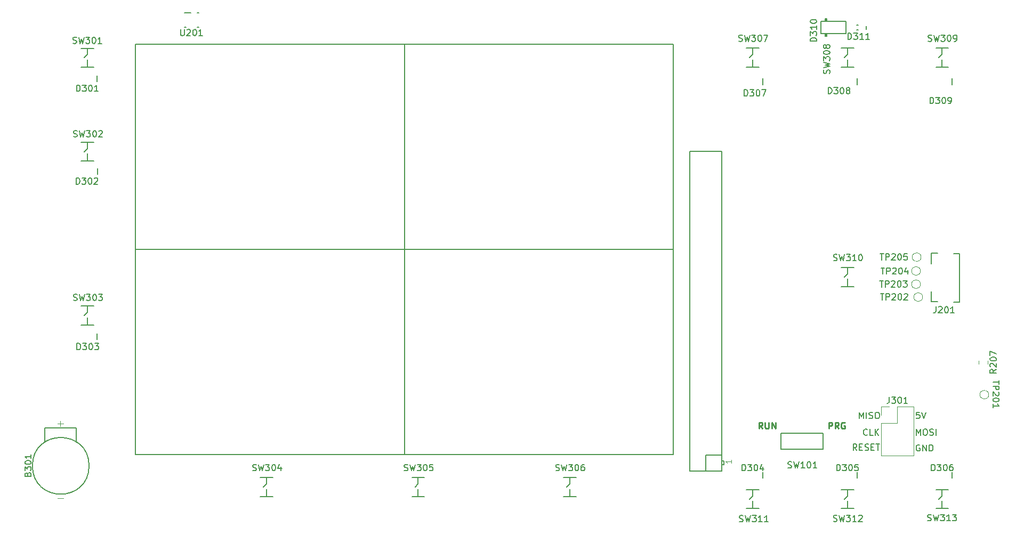
<source format=gto>
G04 #@! TF.GenerationSoftware,KiCad,Pcbnew,(5.1.5)-3*
G04 #@! TF.CreationDate,2020-04-11T01:13:50-04:00*
G04 #@! TF.ProjectId,CPU,4350552e-6b69-4636-9164-5f7063625858,rev?*
G04 #@! TF.SameCoordinates,Original*
G04 #@! TF.FileFunction,Legend,Top*
G04 #@! TF.FilePolarity,Positive*
%FSLAX46Y46*%
G04 Gerber Fmt 4.6, Leading zero omitted, Abs format (unit mm)*
G04 Created by KiCad (PCBNEW (5.1.5)-3) date 2020-04-11 01:13:50*
%MOMM*%
%LPD*%
G04 APERTURE LIST*
%ADD10C,0.150000*%
%ADD11C,0.250000*%
%ADD12C,0.200000*%
%ADD13C,0.120000*%
%ADD14C,0.127000*%
%ADD15C,0.177800*%
%ADD16C,0.101600*%
G04 APERTURE END LIST*
D10*
X173638095Y-114600000D02*
X173542857Y-114552380D01*
X173400000Y-114552380D01*
X173257142Y-114600000D01*
X173161904Y-114695238D01*
X173114285Y-114790476D01*
X173066666Y-114980952D01*
X173066666Y-115123809D01*
X173114285Y-115314285D01*
X173161904Y-115409523D01*
X173257142Y-115504761D01*
X173400000Y-115552380D01*
X173495238Y-115552380D01*
X173638095Y-115504761D01*
X173685714Y-115457142D01*
X173685714Y-115123809D01*
X173495238Y-115123809D01*
X174114285Y-115552380D02*
X174114285Y-114552380D01*
X174685714Y-115552380D01*
X174685714Y-114552380D01*
X175161904Y-115552380D02*
X175161904Y-114552380D01*
X175400000Y-114552380D01*
X175542857Y-114600000D01*
X175638095Y-114695238D01*
X175685714Y-114790476D01*
X175733333Y-114980952D01*
X175733333Y-115123809D01*
X175685714Y-115314285D01*
X175638095Y-115409523D01*
X175542857Y-115504761D01*
X175400000Y-115552380D01*
X175161904Y-115552380D01*
X173078571Y-113052380D02*
X173078571Y-112052380D01*
X173411904Y-112766666D01*
X173745238Y-112052380D01*
X173745238Y-113052380D01*
X174411904Y-112052380D02*
X174602380Y-112052380D01*
X174697619Y-112100000D01*
X174792857Y-112195238D01*
X174840476Y-112385714D01*
X174840476Y-112719047D01*
X174792857Y-112909523D01*
X174697619Y-113004761D01*
X174602380Y-113052380D01*
X174411904Y-113052380D01*
X174316666Y-113004761D01*
X174221428Y-112909523D01*
X174173809Y-112719047D01*
X174173809Y-112385714D01*
X174221428Y-112195238D01*
X174316666Y-112100000D01*
X174411904Y-112052380D01*
X175221428Y-113004761D02*
X175364285Y-113052380D01*
X175602380Y-113052380D01*
X175697619Y-113004761D01*
X175745238Y-112957142D01*
X175792857Y-112861904D01*
X175792857Y-112766666D01*
X175745238Y-112671428D01*
X175697619Y-112623809D01*
X175602380Y-112576190D01*
X175411904Y-112528571D01*
X175316666Y-112480952D01*
X175269047Y-112433333D01*
X175221428Y-112338095D01*
X175221428Y-112242857D01*
X175269047Y-112147619D01*
X175316666Y-112100000D01*
X175411904Y-112052380D01*
X175650000Y-112052380D01*
X175792857Y-112100000D01*
X176221428Y-113052380D02*
X176221428Y-112052380D01*
X173609523Y-109402380D02*
X173133333Y-109402380D01*
X173085714Y-109878571D01*
X173133333Y-109830952D01*
X173228571Y-109783333D01*
X173466666Y-109783333D01*
X173561904Y-109830952D01*
X173609523Y-109878571D01*
X173657142Y-109973809D01*
X173657142Y-110211904D01*
X173609523Y-110307142D01*
X173561904Y-110354761D01*
X173466666Y-110402380D01*
X173228571Y-110402380D01*
X173133333Y-110354761D01*
X173085714Y-110307142D01*
X173942857Y-109402380D02*
X174276190Y-110402380D01*
X174609523Y-109402380D01*
X165304761Y-112957142D02*
X165257142Y-113004761D01*
X165114285Y-113052380D01*
X165019047Y-113052380D01*
X164876190Y-113004761D01*
X164780952Y-112909523D01*
X164733333Y-112814285D01*
X164685714Y-112623809D01*
X164685714Y-112480952D01*
X164733333Y-112290476D01*
X164780952Y-112195238D01*
X164876190Y-112100000D01*
X165019047Y-112052380D01*
X165114285Y-112052380D01*
X165257142Y-112100000D01*
X165304761Y-112147619D01*
X166209523Y-113052380D02*
X165733333Y-113052380D01*
X165733333Y-112052380D01*
X166542857Y-113052380D02*
X166542857Y-112052380D01*
X167114285Y-113052380D02*
X166685714Y-112480952D01*
X167114285Y-112052380D02*
X166542857Y-112623809D01*
X164028571Y-110402380D02*
X164028571Y-109402380D01*
X164361904Y-110116666D01*
X164695238Y-109402380D01*
X164695238Y-110402380D01*
X165171428Y-110402380D02*
X165171428Y-109402380D01*
X165600000Y-110354761D02*
X165742857Y-110402380D01*
X165980952Y-110402380D01*
X166076190Y-110354761D01*
X166123809Y-110307142D01*
X166171428Y-110211904D01*
X166171428Y-110116666D01*
X166123809Y-110021428D01*
X166076190Y-109973809D01*
X165980952Y-109926190D01*
X165790476Y-109878571D01*
X165695238Y-109830952D01*
X165647619Y-109783333D01*
X165600000Y-109688095D01*
X165600000Y-109592857D01*
X165647619Y-109497619D01*
X165695238Y-109450000D01*
X165790476Y-109402380D01*
X166028571Y-109402380D01*
X166171428Y-109450000D01*
X166790476Y-109402380D02*
X166980952Y-109402380D01*
X167076190Y-109450000D01*
X167171428Y-109545238D01*
X167219047Y-109735714D01*
X167219047Y-110069047D01*
X167171428Y-110259523D01*
X167076190Y-110354761D01*
X166980952Y-110402380D01*
X166790476Y-110402380D01*
X166695238Y-110354761D01*
X166600000Y-110259523D01*
X166552380Y-110069047D01*
X166552380Y-109735714D01*
X166600000Y-109545238D01*
X166695238Y-109450000D01*
X166790476Y-109402380D01*
X163647619Y-115452380D02*
X163314285Y-114976190D01*
X163076190Y-115452380D02*
X163076190Y-114452380D01*
X163457142Y-114452380D01*
X163552380Y-114500000D01*
X163600000Y-114547619D01*
X163647619Y-114642857D01*
X163647619Y-114785714D01*
X163600000Y-114880952D01*
X163552380Y-114928571D01*
X163457142Y-114976190D01*
X163076190Y-114976190D01*
X164076190Y-114928571D02*
X164409523Y-114928571D01*
X164552380Y-115452380D02*
X164076190Y-115452380D01*
X164076190Y-114452380D01*
X164552380Y-114452380D01*
X164933333Y-115404761D02*
X165076190Y-115452380D01*
X165314285Y-115452380D01*
X165409523Y-115404761D01*
X165457142Y-115357142D01*
X165504761Y-115261904D01*
X165504761Y-115166666D01*
X165457142Y-115071428D01*
X165409523Y-115023809D01*
X165314285Y-114976190D01*
X165123809Y-114928571D01*
X165028571Y-114880952D01*
X164980952Y-114833333D01*
X164933333Y-114738095D01*
X164933333Y-114642857D01*
X164980952Y-114547619D01*
X165028571Y-114500000D01*
X165123809Y-114452380D01*
X165361904Y-114452380D01*
X165504761Y-114500000D01*
X165933333Y-114928571D02*
X166266666Y-114928571D01*
X166409523Y-115452380D02*
X165933333Y-115452380D01*
X165933333Y-114452380D01*
X166409523Y-114452380D01*
X166695238Y-114452380D02*
X167266666Y-114452380D01*
X166980952Y-115452380D02*
X166980952Y-114452380D01*
D11*
X159188095Y-112002380D02*
X159188095Y-111002380D01*
X159569047Y-111002380D01*
X159664285Y-111050000D01*
X159711904Y-111097619D01*
X159759523Y-111192857D01*
X159759523Y-111335714D01*
X159711904Y-111430952D01*
X159664285Y-111478571D01*
X159569047Y-111526190D01*
X159188095Y-111526190D01*
X160759523Y-112002380D02*
X160426190Y-111526190D01*
X160188095Y-112002380D02*
X160188095Y-111002380D01*
X160569047Y-111002380D01*
X160664285Y-111050000D01*
X160711904Y-111097619D01*
X160759523Y-111192857D01*
X160759523Y-111335714D01*
X160711904Y-111430952D01*
X160664285Y-111478571D01*
X160569047Y-111526190D01*
X160188095Y-111526190D01*
X161711904Y-111050000D02*
X161616666Y-111002380D01*
X161473809Y-111002380D01*
X161330952Y-111050000D01*
X161235714Y-111145238D01*
X161188095Y-111240476D01*
X161140476Y-111430952D01*
X161140476Y-111573809D01*
X161188095Y-111764285D01*
X161235714Y-111859523D01*
X161330952Y-111954761D01*
X161473809Y-112002380D01*
X161569047Y-112002380D01*
X161711904Y-111954761D01*
X161759523Y-111907142D01*
X161759523Y-111573809D01*
X161569047Y-111573809D01*
X148661904Y-112002380D02*
X148328571Y-111526190D01*
X148090476Y-112002380D02*
X148090476Y-111002380D01*
X148471428Y-111002380D01*
X148566666Y-111050000D01*
X148614285Y-111097619D01*
X148661904Y-111192857D01*
X148661904Y-111335714D01*
X148614285Y-111430952D01*
X148566666Y-111478571D01*
X148471428Y-111526190D01*
X148090476Y-111526190D01*
X149090476Y-111002380D02*
X149090476Y-111811904D01*
X149138095Y-111907142D01*
X149185714Y-111954761D01*
X149280952Y-112002380D01*
X149471428Y-112002380D01*
X149566666Y-111954761D01*
X149614285Y-111907142D01*
X149661904Y-111811904D01*
X149661904Y-111002380D01*
X150138095Y-112002380D02*
X150138095Y-111002380D01*
X150709523Y-112002380D01*
X150709523Y-111002380D01*
D10*
X89414221Y-83521838D02*
X49100000Y-83521838D01*
D12*
X49081246Y-116111889D02*
X89414221Y-116111889D01*
X49081246Y-50931785D02*
X89414221Y-50931785D01*
X91781246Y-50931785D02*
X91781246Y-116111889D01*
X89414221Y-83521838D02*
X134481246Y-83521838D01*
X134481246Y-116111889D02*
X134481246Y-50931785D01*
X49081246Y-50931785D02*
X49081246Y-116111889D01*
X89414221Y-116111889D02*
X134481246Y-116111889D01*
X134481246Y-50931785D02*
X89414221Y-50931785D01*
D13*
X173850000Y-84750000D02*
G75*
G03X173850000Y-84750000I-700000J0D01*
G01*
X173750000Y-86950000D02*
G75*
G03X173750000Y-86950000I-700000J0D01*
G01*
X173750000Y-89050000D02*
G75*
G03X173750000Y-89050000I-700000J0D01*
G01*
X174100000Y-91100000D02*
G75*
G03X174100000Y-91100000I-700000J0D01*
G01*
X184600000Y-106600000D02*
G75*
G03X184600000Y-106600000I-700000J0D01*
G01*
X182990000Y-101188748D02*
X182990000Y-101711252D01*
X184410000Y-101188748D02*
X184410000Y-101711252D01*
D14*
X39700000Y-111910000D02*
X39700000Y-114160000D01*
X34700000Y-111910000D02*
X39700000Y-111910000D01*
X34700000Y-114160000D02*
X34700000Y-111910000D01*
X41700000Y-117910000D02*
G75*
G03X41700000Y-117910000I-4500000J0D01*
G01*
X42987500Y-55923750D02*
X42987500Y-56876250D01*
X158740000Y-49260000D02*
X158840000Y-49260000D01*
X158840000Y-46860000D02*
X158740000Y-46860000D01*
X158840000Y-47260000D02*
X158840000Y-46860000D01*
X158640000Y-47260000D02*
X158740000Y-47260000D01*
X158640000Y-46860000D02*
X158640000Y-47260000D01*
X158740000Y-46860000D02*
X158640000Y-46860000D01*
X158740000Y-47260000D02*
X158740000Y-46860000D01*
X158740000Y-49260000D02*
X158740000Y-49660000D01*
X158640000Y-49260000D02*
X158740000Y-49260000D01*
X158640000Y-49660000D02*
X158640000Y-49260000D01*
X158740000Y-49660000D02*
X158640000Y-49660000D01*
X158840000Y-49660000D02*
X158740000Y-49660000D01*
X158840000Y-49260000D02*
X158840000Y-49660000D01*
X158840000Y-49260000D02*
X161940000Y-49260000D01*
X157940000Y-49260000D02*
X158640000Y-49260000D01*
X157940000Y-47260000D02*
X157940000Y-49260000D01*
X158640000Y-47260000D02*
X157940000Y-47260000D01*
X158840000Y-47260000D02*
X158740000Y-47260000D01*
X161940000Y-47260000D02*
X158840000Y-47260000D01*
X161940000Y-49260000D02*
X161940000Y-47260000D01*
X165147000Y-48514000D02*
X165147000Y-48006000D01*
X163890000Y-47860000D02*
X163610000Y-47860000D01*
X163890000Y-48660000D02*
X163610000Y-48660000D01*
X43021998Y-70643750D02*
X43021998Y-71596250D01*
X42987500Y-96873750D02*
X42987500Y-97826250D01*
X148695164Y-118903750D02*
X148695164Y-119856250D01*
X163736716Y-118903750D02*
X163736716Y-119856250D01*
X178778279Y-118903750D02*
X178778279Y-119856250D01*
X148737500Y-56373750D02*
X148737500Y-57326250D01*
X163737500Y-56373750D02*
X163737500Y-57326250D01*
X178778279Y-56373750D02*
X178778279Y-57326250D01*
X179950000Y-91872372D02*
X179050000Y-91872372D01*
X179950000Y-84172372D02*
X179050000Y-84172372D01*
X175450000Y-91822372D02*
X175450000Y-90172372D01*
X176450000Y-91822372D02*
X175450000Y-91822372D01*
X175450000Y-84172372D02*
X175450000Y-85772372D01*
X176450000Y-84122372D02*
X175450000Y-84122372D01*
X179950000Y-84172372D02*
X179950000Y-91822372D01*
X41434498Y-52565607D02*
X40934498Y-53065607D01*
X41434498Y-54565607D02*
X41434498Y-53365607D01*
X41434498Y-51565607D02*
X41434498Y-52565607D01*
X41434498Y-54565607D02*
X42434498Y-54565607D01*
X40434498Y-54565607D02*
X41434498Y-54565607D01*
X41434498Y-51565607D02*
X42434498Y-51565607D01*
X40434498Y-51565607D02*
X41434498Y-51565607D01*
X162149216Y-87406979D02*
X161649216Y-87906979D01*
X162149216Y-89406979D02*
X162149216Y-88206979D01*
X162149216Y-86406979D02*
X162149216Y-87406979D01*
X162149216Y-89406979D02*
X163149216Y-89406979D01*
X161149216Y-89406979D02*
X162149216Y-89406979D01*
X162149216Y-86406979D02*
X163149216Y-86406979D01*
X161149216Y-86406979D02*
X162149216Y-86406979D01*
X147107664Y-122704542D02*
X146607664Y-123204542D01*
X147107664Y-124704542D02*
X147107664Y-123504542D01*
X147107664Y-121704542D02*
X147107664Y-122704542D01*
X147107664Y-124704542D02*
X148107664Y-124704542D01*
X146107664Y-124704542D02*
X147107664Y-124704542D01*
X147107664Y-121704542D02*
X148107664Y-121704542D01*
X146107664Y-121704542D02*
X147107664Y-121704542D01*
X162149216Y-122704542D02*
X161649216Y-123204542D01*
X162149216Y-124704542D02*
X162149216Y-123504542D01*
X162149216Y-121704542D02*
X162149216Y-122704542D01*
X162149216Y-124704542D02*
X163149216Y-124704542D01*
X161149216Y-124704542D02*
X162149216Y-124704542D01*
X162149216Y-121704542D02*
X163149216Y-121704542D01*
X161149216Y-121704542D02*
X162149216Y-121704542D01*
X177190779Y-122704542D02*
X176690779Y-123204542D01*
X177190779Y-124704542D02*
X177190779Y-123504542D01*
X177190779Y-121704542D02*
X177190779Y-122704542D01*
X177190779Y-124704542D02*
X178190779Y-124704542D01*
X176190779Y-124704542D02*
X177190779Y-124704542D01*
X177190779Y-121704542D02*
X178190779Y-121704542D01*
X176190779Y-121704542D02*
X177190779Y-121704542D01*
X41434498Y-67486847D02*
X40934498Y-67986847D01*
X41434498Y-69486847D02*
X41434498Y-68286847D01*
X41434498Y-66486847D02*
X41434498Y-67486847D01*
X41434498Y-69486847D02*
X42434498Y-69486847D01*
X40434498Y-69486847D02*
X41434498Y-69486847D01*
X41434498Y-66486847D02*
X42434498Y-66486847D01*
X40434498Y-66486847D02*
X41434498Y-66486847D01*
X41434498Y-93528815D02*
X40934498Y-94028815D01*
X41434498Y-95528815D02*
X41434498Y-94328815D01*
X41434498Y-92528815D02*
X41434498Y-93528815D01*
X41434498Y-95528815D02*
X42434498Y-95528815D01*
X40434498Y-95528815D02*
X41434498Y-95528815D01*
X41434498Y-92528815D02*
X42434498Y-92528815D01*
X40434498Y-92528815D02*
X41434498Y-92528815D01*
X69894310Y-120781309D02*
X69394310Y-121281309D01*
X69894310Y-122781309D02*
X69894310Y-121581309D01*
X69894310Y-119781309D02*
X69894310Y-120781309D01*
X69894310Y-122781309D02*
X70894310Y-122781309D01*
X68894310Y-122781309D02*
X69894310Y-122781309D01*
X69894310Y-119781309D02*
X70894310Y-119781309D01*
X68894310Y-119781309D02*
X69894310Y-119781309D01*
X93970839Y-120781309D02*
X93470839Y-121281309D01*
X93970839Y-122781309D02*
X93970839Y-121581309D01*
X93970839Y-119781309D02*
X93970839Y-120781309D01*
X93970839Y-122781309D02*
X94970839Y-122781309D01*
X92970839Y-122781309D02*
X93970839Y-122781309D01*
X93970839Y-119781309D02*
X94970839Y-119781309D01*
X92970839Y-119781309D02*
X93970839Y-119781309D01*
X118047369Y-120781309D02*
X117547369Y-121281309D01*
X118047369Y-122781309D02*
X118047369Y-121581309D01*
X118047369Y-119781309D02*
X118047369Y-120781309D01*
X118047369Y-122781309D02*
X119047369Y-122781309D01*
X117047369Y-122781309D02*
X118047369Y-122781309D01*
X118047369Y-119781309D02*
X119047369Y-119781309D01*
X117047369Y-119781309D02*
X118047369Y-119781309D01*
X147107664Y-52553472D02*
X146607664Y-53053472D01*
X147107664Y-54553472D02*
X147107664Y-53353472D01*
X147107664Y-51553472D02*
X147107664Y-52553472D01*
X147107664Y-54553472D02*
X148107664Y-54553472D01*
X146107664Y-54553472D02*
X147107664Y-54553472D01*
X147107664Y-51553472D02*
X148107664Y-51553472D01*
X146107664Y-51553472D02*
X147107664Y-51553472D01*
X162149216Y-52553472D02*
X161649216Y-53053472D01*
X162149216Y-54553472D02*
X162149216Y-53353472D01*
X162149216Y-51553472D02*
X162149216Y-52553472D01*
X162149216Y-54553472D02*
X163149216Y-54553472D01*
X161149216Y-54553472D02*
X162149216Y-54553472D01*
X162149216Y-51553472D02*
X163149216Y-51553472D01*
X161149216Y-51553472D02*
X162149216Y-51553472D01*
X177190779Y-52553472D02*
X176690779Y-53053472D01*
X177190779Y-54553472D02*
X177190779Y-53353472D01*
X177190779Y-51553472D02*
X177190779Y-52553472D01*
X177190779Y-54553472D02*
X178190779Y-54553472D01*
X176190779Y-54553472D02*
X177190779Y-54553472D01*
X177190779Y-51553472D02*
X178190779Y-51553472D01*
X176190779Y-51553472D02*
X177190779Y-51553472D01*
D15*
X56882400Y-45967000D02*
X57873000Y-45967000D01*
X58914400Y-45967000D02*
X59117600Y-45967000D01*
X58914400Y-48253000D02*
X59117600Y-48253000D01*
X56882400Y-48253000D02*
X57085600Y-48253000D01*
D14*
X142521721Y-117122499D02*
X142204221Y-117122499D01*
X142521721Y-117757499D02*
X142521721Y-117122499D01*
X142204221Y-117757499D02*
X142521721Y-117757499D01*
X139664221Y-116169999D02*
X142204221Y-116169999D01*
X139664221Y-118709999D02*
X139664221Y-116169999D01*
X137124221Y-67909999D02*
X137124221Y-118709999D01*
X142204221Y-67909999D02*
X137124221Y-67909999D01*
X142204221Y-116169999D02*
X142204221Y-67909999D01*
X142204221Y-117122499D02*
X142204221Y-116169999D01*
X142204221Y-117757499D02*
X142204221Y-117122499D01*
X142204221Y-118709999D02*
X142204221Y-117757499D01*
X139664221Y-118709999D02*
X142204221Y-118709999D01*
X137124221Y-118709999D02*
X139664221Y-118709999D01*
D13*
X167470000Y-116260000D02*
X172670000Y-116260000D01*
X167470000Y-111120000D02*
X167470000Y-116260000D01*
X172670000Y-108520000D02*
X172670000Y-116260000D01*
X167470000Y-111120000D02*
X170070000Y-111120000D01*
X170070000Y-111120000D02*
X170070000Y-108520000D01*
X170070000Y-108520000D02*
X172670000Y-108520000D01*
X167470000Y-109850000D02*
X167470000Y-108520000D01*
X167470000Y-108520000D02*
X168800000Y-108520000D01*
D14*
X158300000Y-115300000D02*
X151600000Y-115300000D01*
X151600000Y-115300000D02*
X151600000Y-112700000D01*
X151600000Y-112700000D02*
X158300000Y-112700000D01*
X158300000Y-112700000D02*
X158300000Y-115300000D01*
D10*
X167335714Y-84202380D02*
X167907142Y-84202380D01*
X167621428Y-85202380D02*
X167621428Y-84202380D01*
X168240476Y-85202380D02*
X168240476Y-84202380D01*
X168621428Y-84202380D01*
X168716666Y-84250000D01*
X168764285Y-84297619D01*
X168811904Y-84392857D01*
X168811904Y-84535714D01*
X168764285Y-84630952D01*
X168716666Y-84678571D01*
X168621428Y-84726190D01*
X168240476Y-84726190D01*
X169192857Y-84297619D02*
X169240476Y-84250000D01*
X169335714Y-84202380D01*
X169573809Y-84202380D01*
X169669047Y-84250000D01*
X169716666Y-84297619D01*
X169764285Y-84392857D01*
X169764285Y-84488095D01*
X169716666Y-84630952D01*
X169145238Y-85202380D01*
X169764285Y-85202380D01*
X170383333Y-84202380D02*
X170478571Y-84202380D01*
X170573809Y-84250000D01*
X170621428Y-84297619D01*
X170669047Y-84392857D01*
X170716666Y-84583333D01*
X170716666Y-84821428D01*
X170669047Y-85011904D01*
X170621428Y-85107142D01*
X170573809Y-85154761D01*
X170478571Y-85202380D01*
X170383333Y-85202380D01*
X170288095Y-85154761D01*
X170240476Y-85107142D01*
X170192857Y-85011904D01*
X170145238Y-84821428D01*
X170145238Y-84583333D01*
X170192857Y-84392857D01*
X170240476Y-84297619D01*
X170288095Y-84250000D01*
X170383333Y-84202380D01*
X171621428Y-84202380D02*
X171145238Y-84202380D01*
X171097619Y-84678571D01*
X171145238Y-84630952D01*
X171240476Y-84583333D01*
X171478571Y-84583333D01*
X171573809Y-84630952D01*
X171621428Y-84678571D01*
X171669047Y-84773809D01*
X171669047Y-85011904D01*
X171621428Y-85107142D01*
X171573809Y-85154761D01*
X171478571Y-85202380D01*
X171240476Y-85202380D01*
X171145238Y-85154761D01*
X171097619Y-85107142D01*
X167485714Y-86452380D02*
X168057142Y-86452380D01*
X167771428Y-87452380D02*
X167771428Y-86452380D01*
X168390476Y-87452380D02*
X168390476Y-86452380D01*
X168771428Y-86452380D01*
X168866666Y-86500000D01*
X168914285Y-86547619D01*
X168961904Y-86642857D01*
X168961904Y-86785714D01*
X168914285Y-86880952D01*
X168866666Y-86928571D01*
X168771428Y-86976190D01*
X168390476Y-86976190D01*
X169342857Y-86547619D02*
X169390476Y-86500000D01*
X169485714Y-86452380D01*
X169723809Y-86452380D01*
X169819047Y-86500000D01*
X169866666Y-86547619D01*
X169914285Y-86642857D01*
X169914285Y-86738095D01*
X169866666Y-86880952D01*
X169295238Y-87452380D01*
X169914285Y-87452380D01*
X170533333Y-86452380D02*
X170628571Y-86452380D01*
X170723809Y-86500000D01*
X170771428Y-86547619D01*
X170819047Y-86642857D01*
X170866666Y-86833333D01*
X170866666Y-87071428D01*
X170819047Y-87261904D01*
X170771428Y-87357142D01*
X170723809Y-87404761D01*
X170628571Y-87452380D01*
X170533333Y-87452380D01*
X170438095Y-87404761D01*
X170390476Y-87357142D01*
X170342857Y-87261904D01*
X170295238Y-87071428D01*
X170295238Y-86833333D01*
X170342857Y-86642857D01*
X170390476Y-86547619D01*
X170438095Y-86500000D01*
X170533333Y-86452380D01*
X171723809Y-86785714D02*
X171723809Y-87452380D01*
X171485714Y-86404761D02*
X171247619Y-87119047D01*
X171866666Y-87119047D01*
X167285714Y-88502380D02*
X167857142Y-88502380D01*
X167571428Y-89502380D02*
X167571428Y-88502380D01*
X168190476Y-89502380D02*
X168190476Y-88502380D01*
X168571428Y-88502380D01*
X168666666Y-88550000D01*
X168714285Y-88597619D01*
X168761904Y-88692857D01*
X168761904Y-88835714D01*
X168714285Y-88930952D01*
X168666666Y-88978571D01*
X168571428Y-89026190D01*
X168190476Y-89026190D01*
X169142857Y-88597619D02*
X169190476Y-88550000D01*
X169285714Y-88502380D01*
X169523809Y-88502380D01*
X169619047Y-88550000D01*
X169666666Y-88597619D01*
X169714285Y-88692857D01*
X169714285Y-88788095D01*
X169666666Y-88930952D01*
X169095238Y-89502380D01*
X169714285Y-89502380D01*
X170333333Y-88502380D02*
X170428571Y-88502380D01*
X170523809Y-88550000D01*
X170571428Y-88597619D01*
X170619047Y-88692857D01*
X170666666Y-88883333D01*
X170666666Y-89121428D01*
X170619047Y-89311904D01*
X170571428Y-89407142D01*
X170523809Y-89454761D01*
X170428571Y-89502380D01*
X170333333Y-89502380D01*
X170238095Y-89454761D01*
X170190476Y-89407142D01*
X170142857Y-89311904D01*
X170095238Y-89121428D01*
X170095238Y-88883333D01*
X170142857Y-88692857D01*
X170190476Y-88597619D01*
X170238095Y-88550000D01*
X170333333Y-88502380D01*
X171000000Y-88502380D02*
X171619047Y-88502380D01*
X171285714Y-88883333D01*
X171428571Y-88883333D01*
X171523809Y-88930952D01*
X171571428Y-88978571D01*
X171619047Y-89073809D01*
X171619047Y-89311904D01*
X171571428Y-89407142D01*
X171523809Y-89454761D01*
X171428571Y-89502380D01*
X171142857Y-89502380D01*
X171047619Y-89454761D01*
X171000000Y-89407142D01*
X167385714Y-90552380D02*
X167957142Y-90552380D01*
X167671428Y-91552380D02*
X167671428Y-90552380D01*
X168290476Y-91552380D02*
X168290476Y-90552380D01*
X168671428Y-90552380D01*
X168766666Y-90600000D01*
X168814285Y-90647619D01*
X168861904Y-90742857D01*
X168861904Y-90885714D01*
X168814285Y-90980952D01*
X168766666Y-91028571D01*
X168671428Y-91076190D01*
X168290476Y-91076190D01*
X169242857Y-90647619D02*
X169290476Y-90600000D01*
X169385714Y-90552380D01*
X169623809Y-90552380D01*
X169719047Y-90600000D01*
X169766666Y-90647619D01*
X169814285Y-90742857D01*
X169814285Y-90838095D01*
X169766666Y-90980952D01*
X169195238Y-91552380D01*
X169814285Y-91552380D01*
X170433333Y-90552380D02*
X170528571Y-90552380D01*
X170623809Y-90600000D01*
X170671428Y-90647619D01*
X170719047Y-90742857D01*
X170766666Y-90933333D01*
X170766666Y-91171428D01*
X170719047Y-91361904D01*
X170671428Y-91457142D01*
X170623809Y-91504761D01*
X170528571Y-91552380D01*
X170433333Y-91552380D01*
X170338095Y-91504761D01*
X170290476Y-91457142D01*
X170242857Y-91361904D01*
X170195238Y-91171428D01*
X170195238Y-90933333D01*
X170242857Y-90742857D01*
X170290476Y-90647619D01*
X170338095Y-90600000D01*
X170433333Y-90552380D01*
X171147619Y-90647619D02*
X171195238Y-90600000D01*
X171290476Y-90552380D01*
X171528571Y-90552380D01*
X171623809Y-90600000D01*
X171671428Y-90647619D01*
X171719047Y-90742857D01*
X171719047Y-90838095D01*
X171671428Y-90980952D01*
X171100000Y-91552380D01*
X171719047Y-91552380D01*
X186247619Y-104335714D02*
X186247619Y-104907142D01*
X185247619Y-104621428D02*
X186247619Y-104621428D01*
X185247619Y-105240476D02*
X186247619Y-105240476D01*
X186247619Y-105621428D01*
X186200000Y-105716666D01*
X186152380Y-105764285D01*
X186057142Y-105811904D01*
X185914285Y-105811904D01*
X185819047Y-105764285D01*
X185771428Y-105716666D01*
X185723809Y-105621428D01*
X185723809Y-105240476D01*
X186152380Y-106192857D02*
X186200000Y-106240476D01*
X186247619Y-106335714D01*
X186247619Y-106573809D01*
X186200000Y-106669047D01*
X186152380Y-106716666D01*
X186057142Y-106764285D01*
X185961904Y-106764285D01*
X185819047Y-106716666D01*
X185247619Y-106145238D01*
X185247619Y-106764285D01*
X186247619Y-107383333D02*
X186247619Y-107478571D01*
X186200000Y-107573809D01*
X186152380Y-107621428D01*
X186057142Y-107669047D01*
X185866666Y-107716666D01*
X185628571Y-107716666D01*
X185438095Y-107669047D01*
X185342857Y-107621428D01*
X185295238Y-107573809D01*
X185247619Y-107478571D01*
X185247619Y-107383333D01*
X185295238Y-107288095D01*
X185342857Y-107240476D01*
X185438095Y-107192857D01*
X185628571Y-107145238D01*
X185866666Y-107145238D01*
X186057142Y-107192857D01*
X186152380Y-107240476D01*
X186200000Y-107288095D01*
X186247619Y-107383333D01*
X185247619Y-108669047D02*
X185247619Y-108097619D01*
X185247619Y-108383333D02*
X186247619Y-108383333D01*
X186104761Y-108288095D01*
X186009523Y-108192857D01*
X185961904Y-108097619D01*
X185802380Y-102569047D02*
X185326190Y-102902380D01*
X185802380Y-103140476D02*
X184802380Y-103140476D01*
X184802380Y-102759523D01*
X184850000Y-102664285D01*
X184897619Y-102616666D01*
X184992857Y-102569047D01*
X185135714Y-102569047D01*
X185230952Y-102616666D01*
X185278571Y-102664285D01*
X185326190Y-102759523D01*
X185326190Y-103140476D01*
X184897619Y-102188095D02*
X184850000Y-102140476D01*
X184802380Y-102045238D01*
X184802380Y-101807142D01*
X184850000Y-101711904D01*
X184897619Y-101664285D01*
X184992857Y-101616666D01*
X185088095Y-101616666D01*
X185230952Y-101664285D01*
X185802380Y-102235714D01*
X185802380Y-101616666D01*
X184802380Y-100997619D02*
X184802380Y-100902380D01*
X184850000Y-100807142D01*
X184897619Y-100759523D01*
X184992857Y-100711904D01*
X185183333Y-100664285D01*
X185421428Y-100664285D01*
X185611904Y-100711904D01*
X185707142Y-100759523D01*
X185754761Y-100807142D01*
X185802380Y-100902380D01*
X185802380Y-100997619D01*
X185754761Y-101092857D01*
X185707142Y-101140476D01*
X185611904Y-101188095D01*
X185421428Y-101235714D01*
X185183333Y-101235714D01*
X184992857Y-101188095D01*
X184897619Y-101140476D01*
X184850000Y-101092857D01*
X184802380Y-100997619D01*
X184802380Y-100330952D02*
X184802380Y-99664285D01*
X185802380Y-100092857D01*
X31978571Y-119233214D02*
X32026190Y-119090357D01*
X32073809Y-119042738D01*
X32169047Y-118995119D01*
X32311904Y-118995119D01*
X32407142Y-119042738D01*
X32454761Y-119090357D01*
X32502380Y-119185595D01*
X32502380Y-119566547D01*
X31502380Y-119566547D01*
X31502380Y-119233214D01*
X31550000Y-119137976D01*
X31597619Y-119090357D01*
X31692857Y-119042738D01*
X31788095Y-119042738D01*
X31883333Y-119090357D01*
X31930952Y-119137976D01*
X31978571Y-119233214D01*
X31978571Y-119566547D01*
X31502380Y-118661785D02*
X31502380Y-118042738D01*
X31883333Y-118376071D01*
X31883333Y-118233214D01*
X31930952Y-118137976D01*
X31978571Y-118090357D01*
X32073809Y-118042738D01*
X32311904Y-118042738D01*
X32407142Y-118090357D01*
X32454761Y-118137976D01*
X32502380Y-118233214D01*
X32502380Y-118518928D01*
X32454761Y-118614166D01*
X32407142Y-118661785D01*
X31502380Y-117423690D02*
X31502380Y-117328452D01*
X31550000Y-117233214D01*
X31597619Y-117185595D01*
X31692857Y-117137976D01*
X31883333Y-117090357D01*
X32121428Y-117090357D01*
X32311904Y-117137976D01*
X32407142Y-117185595D01*
X32454761Y-117233214D01*
X32502380Y-117328452D01*
X32502380Y-117423690D01*
X32454761Y-117518928D01*
X32407142Y-117566547D01*
X32311904Y-117614166D01*
X32121428Y-117661785D01*
X31883333Y-117661785D01*
X31692857Y-117614166D01*
X31597619Y-117566547D01*
X31550000Y-117518928D01*
X31502380Y-117423690D01*
X32502380Y-116137976D02*
X32502380Y-116709404D01*
X32502380Y-116423690D02*
X31502380Y-116423690D01*
X31645238Y-116518928D01*
X31740476Y-116614166D01*
X31788095Y-116709404D01*
D16*
X36677460Y-123082928D02*
X37596698Y-123082928D01*
X37132928Y-111672540D02*
X37132928Y-110753301D01*
X37592547Y-111212920D02*
X36673309Y-111212920D01*
D10*
X39725025Y-58402380D02*
X39725025Y-57402380D01*
X39963121Y-57402380D01*
X40105978Y-57450000D01*
X40201216Y-57545238D01*
X40248835Y-57640476D01*
X40296454Y-57830952D01*
X40296454Y-57973809D01*
X40248835Y-58164285D01*
X40201216Y-58259523D01*
X40105978Y-58354761D01*
X39963121Y-58402380D01*
X39725025Y-58402380D01*
X40629787Y-57402380D02*
X41248835Y-57402380D01*
X40915502Y-57783333D01*
X41058359Y-57783333D01*
X41153597Y-57830952D01*
X41201216Y-57878571D01*
X41248835Y-57973809D01*
X41248835Y-58211904D01*
X41201216Y-58307142D01*
X41153597Y-58354761D01*
X41058359Y-58402380D01*
X40772644Y-58402380D01*
X40677406Y-58354761D01*
X40629787Y-58307142D01*
X41867882Y-57402380D02*
X41963121Y-57402380D01*
X42058359Y-57450000D01*
X42105978Y-57497619D01*
X42153597Y-57592857D01*
X42201216Y-57783333D01*
X42201216Y-58021428D01*
X42153597Y-58211904D01*
X42105978Y-58307142D01*
X42058359Y-58354761D01*
X41963121Y-58402380D01*
X41867882Y-58402380D01*
X41772644Y-58354761D01*
X41725025Y-58307142D01*
X41677406Y-58211904D01*
X41629787Y-58021428D01*
X41629787Y-57783333D01*
X41677406Y-57592857D01*
X41725025Y-57497619D01*
X41772644Y-57450000D01*
X41867882Y-57402380D01*
X43153597Y-58402380D02*
X42582168Y-58402380D01*
X42867882Y-58402380D02*
X42867882Y-57402380D01*
X42772644Y-57545238D01*
X42677406Y-57640476D01*
X42582168Y-57688095D01*
X157252380Y-50440476D02*
X156252380Y-50440476D01*
X156252380Y-50202380D01*
X156300000Y-50059523D01*
X156395238Y-49964285D01*
X156490476Y-49916666D01*
X156680952Y-49869047D01*
X156823809Y-49869047D01*
X157014285Y-49916666D01*
X157109523Y-49964285D01*
X157204761Y-50059523D01*
X157252380Y-50202380D01*
X157252380Y-50440476D01*
X156252380Y-49535714D02*
X156252380Y-48916666D01*
X156633333Y-49250000D01*
X156633333Y-49107142D01*
X156680952Y-49011904D01*
X156728571Y-48964285D01*
X156823809Y-48916666D01*
X157061904Y-48916666D01*
X157157142Y-48964285D01*
X157204761Y-49011904D01*
X157252380Y-49107142D01*
X157252380Y-49392857D01*
X157204761Y-49488095D01*
X157157142Y-49535714D01*
X157252380Y-47964285D02*
X157252380Y-48535714D01*
X157252380Y-48250000D02*
X156252380Y-48250000D01*
X156395238Y-48345238D01*
X156490476Y-48440476D01*
X156538095Y-48535714D01*
X156252380Y-47345238D02*
X156252380Y-47250000D01*
X156300000Y-47154761D01*
X156347619Y-47107142D01*
X156442857Y-47059523D01*
X156633333Y-47011904D01*
X156871428Y-47011904D01*
X157061904Y-47059523D01*
X157157142Y-47107142D01*
X157204761Y-47154761D01*
X157252380Y-47250000D01*
X157252380Y-47345238D01*
X157204761Y-47440476D01*
X157157142Y-47488095D01*
X157061904Y-47535714D01*
X156871428Y-47583333D01*
X156633333Y-47583333D01*
X156442857Y-47535714D01*
X156347619Y-47488095D01*
X156300000Y-47440476D01*
X156252380Y-47345238D01*
X162233452Y-50152380D02*
X162233452Y-49152380D01*
X162471547Y-49152380D01*
X162614404Y-49200000D01*
X162709642Y-49295238D01*
X162757261Y-49390476D01*
X162804880Y-49580952D01*
X162804880Y-49723809D01*
X162757261Y-49914285D01*
X162709642Y-50009523D01*
X162614404Y-50104761D01*
X162471547Y-50152380D01*
X162233452Y-50152380D01*
X163138214Y-49152380D02*
X163757261Y-49152380D01*
X163423928Y-49533333D01*
X163566785Y-49533333D01*
X163662023Y-49580952D01*
X163709642Y-49628571D01*
X163757261Y-49723809D01*
X163757261Y-49961904D01*
X163709642Y-50057142D01*
X163662023Y-50104761D01*
X163566785Y-50152380D01*
X163281071Y-50152380D01*
X163185833Y-50104761D01*
X163138214Y-50057142D01*
X164709642Y-50152380D02*
X164138214Y-50152380D01*
X164423928Y-50152380D02*
X164423928Y-49152380D01*
X164328690Y-49295238D01*
X164233452Y-49390476D01*
X164138214Y-49438095D01*
X165662023Y-50152380D02*
X165090595Y-50152380D01*
X165376309Y-50152380D02*
X165376309Y-49152380D01*
X165281071Y-49295238D01*
X165185833Y-49390476D01*
X165090595Y-49438095D01*
X39659523Y-73152380D02*
X39659523Y-72152380D01*
X39897619Y-72152380D01*
X40040476Y-72200000D01*
X40135714Y-72295238D01*
X40183333Y-72390476D01*
X40230952Y-72580952D01*
X40230952Y-72723809D01*
X40183333Y-72914285D01*
X40135714Y-73009523D01*
X40040476Y-73104761D01*
X39897619Y-73152380D01*
X39659523Y-73152380D01*
X40564285Y-72152380D02*
X41183333Y-72152380D01*
X40850000Y-72533333D01*
X40992857Y-72533333D01*
X41088095Y-72580952D01*
X41135714Y-72628571D01*
X41183333Y-72723809D01*
X41183333Y-72961904D01*
X41135714Y-73057142D01*
X41088095Y-73104761D01*
X40992857Y-73152380D01*
X40707142Y-73152380D01*
X40611904Y-73104761D01*
X40564285Y-73057142D01*
X41802380Y-72152380D02*
X41897619Y-72152380D01*
X41992857Y-72200000D01*
X42040476Y-72247619D01*
X42088095Y-72342857D01*
X42135714Y-72533333D01*
X42135714Y-72771428D01*
X42088095Y-72961904D01*
X42040476Y-73057142D01*
X41992857Y-73104761D01*
X41897619Y-73152380D01*
X41802380Y-73152380D01*
X41707142Y-73104761D01*
X41659523Y-73057142D01*
X41611904Y-72961904D01*
X41564285Y-72771428D01*
X41564285Y-72533333D01*
X41611904Y-72342857D01*
X41659523Y-72247619D01*
X41707142Y-72200000D01*
X41802380Y-72152380D01*
X42516666Y-72247619D02*
X42564285Y-72200000D01*
X42659523Y-72152380D01*
X42897619Y-72152380D01*
X42992857Y-72200000D01*
X43040476Y-72247619D01*
X43088095Y-72342857D01*
X43088095Y-72438095D01*
X43040476Y-72580952D01*
X42469047Y-73152380D01*
X43088095Y-73152380D01*
X39775025Y-99462380D02*
X39775025Y-98462380D01*
X40013121Y-98462380D01*
X40155978Y-98510000D01*
X40251216Y-98605238D01*
X40298835Y-98700476D01*
X40346454Y-98890952D01*
X40346454Y-99033809D01*
X40298835Y-99224285D01*
X40251216Y-99319523D01*
X40155978Y-99414761D01*
X40013121Y-99462380D01*
X39775025Y-99462380D01*
X40679787Y-98462380D02*
X41298835Y-98462380D01*
X40965502Y-98843333D01*
X41108359Y-98843333D01*
X41203597Y-98890952D01*
X41251216Y-98938571D01*
X41298835Y-99033809D01*
X41298835Y-99271904D01*
X41251216Y-99367142D01*
X41203597Y-99414761D01*
X41108359Y-99462380D01*
X40822644Y-99462380D01*
X40727406Y-99414761D01*
X40679787Y-99367142D01*
X41917882Y-98462380D02*
X42013121Y-98462380D01*
X42108359Y-98510000D01*
X42155978Y-98557619D01*
X42203597Y-98652857D01*
X42251216Y-98843333D01*
X42251216Y-99081428D01*
X42203597Y-99271904D01*
X42155978Y-99367142D01*
X42108359Y-99414761D01*
X42013121Y-99462380D01*
X41917882Y-99462380D01*
X41822644Y-99414761D01*
X41775025Y-99367142D01*
X41727406Y-99271904D01*
X41679787Y-99081428D01*
X41679787Y-98843333D01*
X41727406Y-98652857D01*
X41775025Y-98557619D01*
X41822644Y-98510000D01*
X41917882Y-98462380D01*
X42584549Y-98462380D02*
X43203597Y-98462380D01*
X42870263Y-98843333D01*
X43013121Y-98843333D01*
X43108359Y-98890952D01*
X43155978Y-98938571D01*
X43203597Y-99033809D01*
X43203597Y-99271904D01*
X43155978Y-99367142D01*
X43108359Y-99414761D01*
X43013121Y-99462380D01*
X42727406Y-99462380D01*
X42632168Y-99414761D01*
X42584549Y-99367142D01*
X145417187Y-118697380D02*
X145417187Y-117697380D01*
X145655283Y-117697380D01*
X145798140Y-117745000D01*
X145893378Y-117840238D01*
X145940997Y-117935476D01*
X145988616Y-118125952D01*
X145988616Y-118268809D01*
X145940997Y-118459285D01*
X145893378Y-118554523D01*
X145798140Y-118649761D01*
X145655283Y-118697380D01*
X145417187Y-118697380D01*
X146321949Y-117697380D02*
X146940997Y-117697380D01*
X146607664Y-118078333D01*
X146750521Y-118078333D01*
X146845759Y-118125952D01*
X146893378Y-118173571D01*
X146940997Y-118268809D01*
X146940997Y-118506904D01*
X146893378Y-118602142D01*
X146845759Y-118649761D01*
X146750521Y-118697380D01*
X146464806Y-118697380D01*
X146369568Y-118649761D01*
X146321949Y-118602142D01*
X147560044Y-117697380D02*
X147655283Y-117697380D01*
X147750521Y-117745000D01*
X147798140Y-117792619D01*
X147845759Y-117887857D01*
X147893378Y-118078333D01*
X147893378Y-118316428D01*
X147845759Y-118506904D01*
X147798140Y-118602142D01*
X147750521Y-118649761D01*
X147655283Y-118697380D01*
X147560044Y-118697380D01*
X147464806Y-118649761D01*
X147417187Y-118602142D01*
X147369568Y-118506904D01*
X147321949Y-118316428D01*
X147321949Y-118078333D01*
X147369568Y-117887857D01*
X147417187Y-117792619D01*
X147464806Y-117745000D01*
X147560044Y-117697380D01*
X148750521Y-118030714D02*
X148750521Y-118697380D01*
X148512425Y-117649761D02*
X148274330Y-118364047D01*
X148893378Y-118364047D01*
X160458739Y-118697380D02*
X160458739Y-117697380D01*
X160696835Y-117697380D01*
X160839692Y-117745000D01*
X160934930Y-117840238D01*
X160982549Y-117935476D01*
X161030168Y-118125952D01*
X161030168Y-118268809D01*
X160982549Y-118459285D01*
X160934930Y-118554523D01*
X160839692Y-118649761D01*
X160696835Y-118697380D01*
X160458739Y-118697380D01*
X161363501Y-117697380D02*
X161982549Y-117697380D01*
X161649216Y-118078333D01*
X161792073Y-118078333D01*
X161887311Y-118125952D01*
X161934930Y-118173571D01*
X161982549Y-118268809D01*
X161982549Y-118506904D01*
X161934930Y-118602142D01*
X161887311Y-118649761D01*
X161792073Y-118697380D01*
X161506358Y-118697380D01*
X161411120Y-118649761D01*
X161363501Y-118602142D01*
X162601596Y-117697380D02*
X162696835Y-117697380D01*
X162792073Y-117745000D01*
X162839692Y-117792619D01*
X162887311Y-117887857D01*
X162934930Y-118078333D01*
X162934930Y-118316428D01*
X162887311Y-118506904D01*
X162839692Y-118602142D01*
X162792073Y-118649761D01*
X162696835Y-118697380D01*
X162601596Y-118697380D01*
X162506358Y-118649761D01*
X162458739Y-118602142D01*
X162411120Y-118506904D01*
X162363501Y-118316428D01*
X162363501Y-118078333D01*
X162411120Y-117887857D01*
X162458739Y-117792619D01*
X162506358Y-117745000D01*
X162601596Y-117697380D01*
X163839692Y-117697380D02*
X163363501Y-117697380D01*
X163315882Y-118173571D01*
X163363501Y-118125952D01*
X163458739Y-118078333D01*
X163696835Y-118078333D01*
X163792073Y-118125952D01*
X163839692Y-118173571D01*
X163887311Y-118268809D01*
X163887311Y-118506904D01*
X163839692Y-118602142D01*
X163792073Y-118649761D01*
X163696835Y-118697380D01*
X163458739Y-118697380D01*
X163363501Y-118649761D01*
X163315882Y-118602142D01*
X175500302Y-118697380D02*
X175500302Y-117697380D01*
X175738398Y-117697380D01*
X175881255Y-117745000D01*
X175976493Y-117840238D01*
X176024112Y-117935476D01*
X176071731Y-118125952D01*
X176071731Y-118268809D01*
X176024112Y-118459285D01*
X175976493Y-118554523D01*
X175881255Y-118649761D01*
X175738398Y-118697380D01*
X175500302Y-118697380D01*
X176405064Y-117697380D02*
X177024112Y-117697380D01*
X176690779Y-118078333D01*
X176833636Y-118078333D01*
X176928874Y-118125952D01*
X176976493Y-118173571D01*
X177024112Y-118268809D01*
X177024112Y-118506904D01*
X176976493Y-118602142D01*
X176928874Y-118649761D01*
X176833636Y-118697380D01*
X176547921Y-118697380D01*
X176452683Y-118649761D01*
X176405064Y-118602142D01*
X177643159Y-117697380D02*
X177738398Y-117697380D01*
X177833636Y-117745000D01*
X177881255Y-117792619D01*
X177928874Y-117887857D01*
X177976493Y-118078333D01*
X177976493Y-118316428D01*
X177928874Y-118506904D01*
X177881255Y-118602142D01*
X177833636Y-118649761D01*
X177738398Y-118697380D01*
X177643159Y-118697380D01*
X177547921Y-118649761D01*
X177500302Y-118602142D01*
X177452683Y-118506904D01*
X177405064Y-118316428D01*
X177405064Y-118078333D01*
X177452683Y-117887857D01*
X177500302Y-117792619D01*
X177547921Y-117745000D01*
X177643159Y-117697380D01*
X178833636Y-117697380D02*
X178643159Y-117697380D01*
X178547921Y-117745000D01*
X178500302Y-117792619D01*
X178405064Y-117935476D01*
X178357445Y-118125952D01*
X178357445Y-118506904D01*
X178405064Y-118602142D01*
X178452683Y-118649761D01*
X178547921Y-118697380D01*
X178738398Y-118697380D01*
X178833636Y-118649761D01*
X178881255Y-118602142D01*
X178928874Y-118506904D01*
X178928874Y-118268809D01*
X178881255Y-118173571D01*
X178833636Y-118125952D01*
X178738398Y-118078333D01*
X178547921Y-118078333D01*
X178452683Y-118125952D01*
X178405064Y-118173571D01*
X178357445Y-118268809D01*
X145751859Y-59152380D02*
X145751859Y-58152380D01*
X145989955Y-58152380D01*
X146132812Y-58200000D01*
X146228050Y-58295238D01*
X146275669Y-58390476D01*
X146323288Y-58580952D01*
X146323288Y-58723809D01*
X146275669Y-58914285D01*
X146228050Y-59009523D01*
X146132812Y-59104761D01*
X145989955Y-59152380D01*
X145751859Y-59152380D01*
X146656621Y-58152380D02*
X147275669Y-58152380D01*
X146942336Y-58533333D01*
X147085193Y-58533333D01*
X147180431Y-58580952D01*
X147228050Y-58628571D01*
X147275669Y-58723809D01*
X147275669Y-58961904D01*
X147228050Y-59057142D01*
X147180431Y-59104761D01*
X147085193Y-59152380D01*
X146799478Y-59152380D01*
X146704240Y-59104761D01*
X146656621Y-59057142D01*
X147894716Y-58152380D02*
X147989955Y-58152380D01*
X148085193Y-58200000D01*
X148132812Y-58247619D01*
X148180431Y-58342857D01*
X148228050Y-58533333D01*
X148228050Y-58771428D01*
X148180431Y-58961904D01*
X148132812Y-59057142D01*
X148085193Y-59104761D01*
X147989955Y-59152380D01*
X147894716Y-59152380D01*
X147799478Y-59104761D01*
X147751859Y-59057142D01*
X147704240Y-58961904D01*
X147656621Y-58771428D01*
X147656621Y-58533333D01*
X147704240Y-58342857D01*
X147751859Y-58247619D01*
X147799478Y-58200000D01*
X147894716Y-58152380D01*
X148561383Y-58152380D02*
X149228050Y-58152380D01*
X148799478Y-59152380D01*
X159109523Y-58802380D02*
X159109523Y-57802380D01*
X159347619Y-57802380D01*
X159490476Y-57850000D01*
X159585714Y-57945238D01*
X159633333Y-58040476D01*
X159680952Y-58230952D01*
X159680952Y-58373809D01*
X159633333Y-58564285D01*
X159585714Y-58659523D01*
X159490476Y-58754761D01*
X159347619Y-58802380D01*
X159109523Y-58802380D01*
X160014285Y-57802380D02*
X160633333Y-57802380D01*
X160300000Y-58183333D01*
X160442857Y-58183333D01*
X160538095Y-58230952D01*
X160585714Y-58278571D01*
X160633333Y-58373809D01*
X160633333Y-58611904D01*
X160585714Y-58707142D01*
X160538095Y-58754761D01*
X160442857Y-58802380D01*
X160157142Y-58802380D01*
X160061904Y-58754761D01*
X160014285Y-58707142D01*
X161252380Y-57802380D02*
X161347619Y-57802380D01*
X161442857Y-57850000D01*
X161490476Y-57897619D01*
X161538095Y-57992857D01*
X161585714Y-58183333D01*
X161585714Y-58421428D01*
X161538095Y-58611904D01*
X161490476Y-58707142D01*
X161442857Y-58754761D01*
X161347619Y-58802380D01*
X161252380Y-58802380D01*
X161157142Y-58754761D01*
X161109523Y-58707142D01*
X161061904Y-58611904D01*
X161014285Y-58421428D01*
X161014285Y-58183333D01*
X161061904Y-57992857D01*
X161109523Y-57897619D01*
X161157142Y-57850000D01*
X161252380Y-57802380D01*
X162157142Y-58230952D02*
X162061904Y-58183333D01*
X162014285Y-58135714D01*
X161966666Y-58040476D01*
X161966666Y-57992857D01*
X162014285Y-57897619D01*
X162061904Y-57850000D01*
X162157142Y-57802380D01*
X162347619Y-57802380D01*
X162442857Y-57850000D01*
X162490476Y-57897619D01*
X162538095Y-57992857D01*
X162538095Y-58040476D01*
X162490476Y-58135714D01*
X162442857Y-58183333D01*
X162347619Y-58230952D01*
X162157142Y-58230952D01*
X162061904Y-58278571D01*
X162014285Y-58326190D01*
X161966666Y-58421428D01*
X161966666Y-58611904D01*
X162014285Y-58707142D01*
X162061904Y-58754761D01*
X162157142Y-58802380D01*
X162347619Y-58802380D01*
X162442857Y-58754761D01*
X162490476Y-58707142D01*
X162538095Y-58611904D01*
X162538095Y-58421428D01*
X162490476Y-58326190D01*
X162442857Y-58278571D01*
X162347619Y-58230952D01*
X175259523Y-60352380D02*
X175259523Y-59352380D01*
X175497619Y-59352380D01*
X175640476Y-59400000D01*
X175735714Y-59495238D01*
X175783333Y-59590476D01*
X175830952Y-59780952D01*
X175830952Y-59923809D01*
X175783333Y-60114285D01*
X175735714Y-60209523D01*
X175640476Y-60304761D01*
X175497619Y-60352380D01*
X175259523Y-60352380D01*
X176164285Y-59352380D02*
X176783333Y-59352380D01*
X176450000Y-59733333D01*
X176592857Y-59733333D01*
X176688095Y-59780952D01*
X176735714Y-59828571D01*
X176783333Y-59923809D01*
X176783333Y-60161904D01*
X176735714Y-60257142D01*
X176688095Y-60304761D01*
X176592857Y-60352380D01*
X176307142Y-60352380D01*
X176211904Y-60304761D01*
X176164285Y-60257142D01*
X177402380Y-59352380D02*
X177497619Y-59352380D01*
X177592857Y-59400000D01*
X177640476Y-59447619D01*
X177688095Y-59542857D01*
X177735714Y-59733333D01*
X177735714Y-59971428D01*
X177688095Y-60161904D01*
X177640476Y-60257142D01*
X177592857Y-60304761D01*
X177497619Y-60352380D01*
X177402380Y-60352380D01*
X177307142Y-60304761D01*
X177259523Y-60257142D01*
X177211904Y-60161904D01*
X177164285Y-59971428D01*
X177164285Y-59733333D01*
X177211904Y-59542857D01*
X177259523Y-59447619D01*
X177307142Y-59400000D01*
X177402380Y-59352380D01*
X178211904Y-60352380D02*
X178402380Y-60352380D01*
X178497619Y-60304761D01*
X178545238Y-60257142D01*
X178640476Y-60114285D01*
X178688095Y-59923809D01*
X178688095Y-59542857D01*
X178640476Y-59447619D01*
X178592857Y-59400000D01*
X178497619Y-59352380D01*
X178307142Y-59352380D01*
X178211904Y-59400000D01*
X178164285Y-59447619D01*
X178116666Y-59542857D01*
X178116666Y-59780952D01*
X178164285Y-59876190D01*
X178211904Y-59923809D01*
X178307142Y-59971428D01*
X178497619Y-59971428D01*
X178592857Y-59923809D01*
X178640476Y-59876190D01*
X178688095Y-59780952D01*
X176207261Y-92602380D02*
X176207261Y-93316666D01*
X176159642Y-93459523D01*
X176064404Y-93554761D01*
X175921547Y-93602380D01*
X175826309Y-93602380D01*
X176635833Y-92697619D02*
X176683452Y-92650000D01*
X176778690Y-92602380D01*
X177016785Y-92602380D01*
X177112023Y-92650000D01*
X177159642Y-92697619D01*
X177207261Y-92792857D01*
X177207261Y-92888095D01*
X177159642Y-93030952D01*
X176588214Y-93602380D01*
X177207261Y-93602380D01*
X177826309Y-92602380D02*
X177921547Y-92602380D01*
X178016785Y-92650000D01*
X178064404Y-92697619D01*
X178112023Y-92792857D01*
X178159642Y-92983333D01*
X178159642Y-93221428D01*
X178112023Y-93411904D01*
X178064404Y-93507142D01*
X178016785Y-93554761D01*
X177921547Y-93602380D01*
X177826309Y-93602380D01*
X177731071Y-93554761D01*
X177683452Y-93507142D01*
X177635833Y-93411904D01*
X177588214Y-93221428D01*
X177588214Y-92983333D01*
X177635833Y-92792857D01*
X177683452Y-92697619D01*
X177731071Y-92650000D01*
X177826309Y-92602380D01*
X179112023Y-93602380D02*
X178540595Y-93602380D01*
X178826309Y-93602380D02*
X178826309Y-92602380D01*
X178731071Y-92745238D01*
X178635833Y-92840476D01*
X178540595Y-92888095D01*
X39137976Y-50754761D02*
X39280833Y-50802380D01*
X39518928Y-50802380D01*
X39614166Y-50754761D01*
X39661785Y-50707142D01*
X39709404Y-50611904D01*
X39709404Y-50516666D01*
X39661785Y-50421428D01*
X39614166Y-50373809D01*
X39518928Y-50326190D01*
X39328452Y-50278571D01*
X39233214Y-50230952D01*
X39185595Y-50183333D01*
X39137976Y-50088095D01*
X39137976Y-49992857D01*
X39185595Y-49897619D01*
X39233214Y-49850000D01*
X39328452Y-49802380D01*
X39566547Y-49802380D01*
X39709404Y-49850000D01*
X40042738Y-49802380D02*
X40280833Y-50802380D01*
X40471309Y-50088095D01*
X40661785Y-50802380D01*
X40899880Y-49802380D01*
X41185595Y-49802380D02*
X41804642Y-49802380D01*
X41471309Y-50183333D01*
X41614166Y-50183333D01*
X41709404Y-50230952D01*
X41757023Y-50278571D01*
X41804642Y-50373809D01*
X41804642Y-50611904D01*
X41757023Y-50707142D01*
X41709404Y-50754761D01*
X41614166Y-50802380D01*
X41328452Y-50802380D01*
X41233214Y-50754761D01*
X41185595Y-50707142D01*
X42423690Y-49802380D02*
X42518928Y-49802380D01*
X42614166Y-49850000D01*
X42661785Y-49897619D01*
X42709404Y-49992857D01*
X42757023Y-50183333D01*
X42757023Y-50421428D01*
X42709404Y-50611904D01*
X42661785Y-50707142D01*
X42614166Y-50754761D01*
X42518928Y-50802380D01*
X42423690Y-50802380D01*
X42328452Y-50754761D01*
X42280833Y-50707142D01*
X42233214Y-50611904D01*
X42185595Y-50421428D01*
X42185595Y-50183333D01*
X42233214Y-49992857D01*
X42280833Y-49897619D01*
X42328452Y-49850000D01*
X42423690Y-49802380D01*
X43709404Y-50802380D02*
X43137976Y-50802380D01*
X43423690Y-50802380D02*
X43423690Y-49802380D01*
X43328452Y-49945238D01*
X43233214Y-50040476D01*
X43137976Y-50088095D01*
X159937192Y-85271740D02*
X160080049Y-85319359D01*
X160318144Y-85319359D01*
X160413382Y-85271740D01*
X160461001Y-85224121D01*
X160508620Y-85128883D01*
X160508620Y-85033645D01*
X160461001Y-84938407D01*
X160413382Y-84890788D01*
X160318144Y-84843169D01*
X160127668Y-84795550D01*
X160032430Y-84747931D01*
X159984811Y-84700312D01*
X159937192Y-84605074D01*
X159937192Y-84509836D01*
X159984811Y-84414598D01*
X160032430Y-84366979D01*
X160127668Y-84319359D01*
X160365763Y-84319359D01*
X160508620Y-84366979D01*
X160841954Y-84319359D02*
X161080049Y-85319359D01*
X161270525Y-84605074D01*
X161461001Y-85319359D01*
X161699096Y-84319359D01*
X161984811Y-84319359D02*
X162603858Y-84319359D01*
X162270525Y-84700312D01*
X162413382Y-84700312D01*
X162508620Y-84747931D01*
X162556239Y-84795550D01*
X162603858Y-84890788D01*
X162603858Y-85128883D01*
X162556239Y-85224121D01*
X162508620Y-85271740D01*
X162413382Y-85319359D01*
X162127668Y-85319359D01*
X162032430Y-85271740D01*
X161984811Y-85224121D01*
X163556239Y-85319359D02*
X162984811Y-85319359D01*
X163270525Y-85319359D02*
X163270525Y-84319359D01*
X163175287Y-84462217D01*
X163080049Y-84557455D01*
X162984811Y-84605074D01*
X164175287Y-84319359D02*
X164270525Y-84319359D01*
X164365763Y-84366979D01*
X164413382Y-84414598D01*
X164461001Y-84509836D01*
X164508620Y-84700312D01*
X164508620Y-84938407D01*
X164461001Y-85128883D01*
X164413382Y-85224121D01*
X164365763Y-85271740D01*
X164270525Y-85319359D01*
X164175287Y-85319359D01*
X164080049Y-85271740D01*
X164032430Y-85224121D01*
X163984811Y-85128883D01*
X163937192Y-84938407D01*
X163937192Y-84700312D01*
X163984811Y-84509836D01*
X164032430Y-84414598D01*
X164080049Y-84366979D01*
X164175287Y-84319359D01*
X144987976Y-126754761D02*
X145130833Y-126802380D01*
X145368928Y-126802380D01*
X145464166Y-126754761D01*
X145511785Y-126707142D01*
X145559404Y-126611904D01*
X145559404Y-126516666D01*
X145511785Y-126421428D01*
X145464166Y-126373809D01*
X145368928Y-126326190D01*
X145178452Y-126278571D01*
X145083214Y-126230952D01*
X145035595Y-126183333D01*
X144987976Y-126088095D01*
X144987976Y-125992857D01*
X145035595Y-125897619D01*
X145083214Y-125850000D01*
X145178452Y-125802380D01*
X145416547Y-125802380D01*
X145559404Y-125850000D01*
X145892738Y-125802380D02*
X146130833Y-126802380D01*
X146321309Y-126088095D01*
X146511785Y-126802380D01*
X146749880Y-125802380D01*
X147035595Y-125802380D02*
X147654642Y-125802380D01*
X147321309Y-126183333D01*
X147464166Y-126183333D01*
X147559404Y-126230952D01*
X147607023Y-126278571D01*
X147654642Y-126373809D01*
X147654642Y-126611904D01*
X147607023Y-126707142D01*
X147559404Y-126754761D01*
X147464166Y-126802380D01*
X147178452Y-126802380D01*
X147083214Y-126754761D01*
X147035595Y-126707142D01*
X148607023Y-126802380D02*
X148035595Y-126802380D01*
X148321309Y-126802380D02*
X148321309Y-125802380D01*
X148226071Y-125945238D01*
X148130833Y-126040476D01*
X148035595Y-126088095D01*
X149559404Y-126802380D02*
X148987976Y-126802380D01*
X149273690Y-126802380D02*
X149273690Y-125802380D01*
X149178452Y-125945238D01*
X149083214Y-126040476D01*
X148987976Y-126088095D01*
X159937976Y-126704761D02*
X160080833Y-126752380D01*
X160318928Y-126752380D01*
X160414166Y-126704761D01*
X160461785Y-126657142D01*
X160509404Y-126561904D01*
X160509404Y-126466666D01*
X160461785Y-126371428D01*
X160414166Y-126323809D01*
X160318928Y-126276190D01*
X160128452Y-126228571D01*
X160033214Y-126180952D01*
X159985595Y-126133333D01*
X159937976Y-126038095D01*
X159937976Y-125942857D01*
X159985595Y-125847619D01*
X160033214Y-125800000D01*
X160128452Y-125752380D01*
X160366547Y-125752380D01*
X160509404Y-125800000D01*
X160842738Y-125752380D02*
X161080833Y-126752380D01*
X161271309Y-126038095D01*
X161461785Y-126752380D01*
X161699880Y-125752380D01*
X161985595Y-125752380D02*
X162604642Y-125752380D01*
X162271309Y-126133333D01*
X162414166Y-126133333D01*
X162509404Y-126180952D01*
X162557023Y-126228571D01*
X162604642Y-126323809D01*
X162604642Y-126561904D01*
X162557023Y-126657142D01*
X162509404Y-126704761D01*
X162414166Y-126752380D01*
X162128452Y-126752380D01*
X162033214Y-126704761D01*
X161985595Y-126657142D01*
X163557023Y-126752380D02*
X162985595Y-126752380D01*
X163271309Y-126752380D02*
X163271309Y-125752380D01*
X163176071Y-125895238D01*
X163080833Y-125990476D01*
X162985595Y-126038095D01*
X163937976Y-125847619D02*
X163985595Y-125800000D01*
X164080833Y-125752380D01*
X164318928Y-125752380D01*
X164414166Y-125800000D01*
X164461785Y-125847619D01*
X164509404Y-125942857D01*
X164509404Y-126038095D01*
X164461785Y-126180952D01*
X163890357Y-126752380D01*
X164509404Y-126752380D01*
X174887976Y-126604761D02*
X175030833Y-126652380D01*
X175268928Y-126652380D01*
X175364166Y-126604761D01*
X175411785Y-126557142D01*
X175459404Y-126461904D01*
X175459404Y-126366666D01*
X175411785Y-126271428D01*
X175364166Y-126223809D01*
X175268928Y-126176190D01*
X175078452Y-126128571D01*
X174983214Y-126080952D01*
X174935595Y-126033333D01*
X174887976Y-125938095D01*
X174887976Y-125842857D01*
X174935595Y-125747619D01*
X174983214Y-125700000D01*
X175078452Y-125652380D01*
X175316547Y-125652380D01*
X175459404Y-125700000D01*
X175792738Y-125652380D02*
X176030833Y-126652380D01*
X176221309Y-125938095D01*
X176411785Y-126652380D01*
X176649880Y-125652380D01*
X176935595Y-125652380D02*
X177554642Y-125652380D01*
X177221309Y-126033333D01*
X177364166Y-126033333D01*
X177459404Y-126080952D01*
X177507023Y-126128571D01*
X177554642Y-126223809D01*
X177554642Y-126461904D01*
X177507023Y-126557142D01*
X177459404Y-126604761D01*
X177364166Y-126652380D01*
X177078452Y-126652380D01*
X176983214Y-126604761D01*
X176935595Y-126557142D01*
X178507023Y-126652380D02*
X177935595Y-126652380D01*
X178221309Y-126652380D02*
X178221309Y-125652380D01*
X178126071Y-125795238D01*
X178030833Y-125890476D01*
X177935595Y-125938095D01*
X178840357Y-125652380D02*
X179459404Y-125652380D01*
X179126071Y-126033333D01*
X179268928Y-126033333D01*
X179364166Y-126080952D01*
X179411785Y-126128571D01*
X179459404Y-126223809D01*
X179459404Y-126461904D01*
X179411785Y-126557142D01*
X179364166Y-126604761D01*
X179268928Y-126652380D01*
X178983214Y-126652380D01*
X178887976Y-126604761D01*
X178840357Y-126557142D01*
X39237976Y-65604761D02*
X39380833Y-65652380D01*
X39618928Y-65652380D01*
X39714166Y-65604761D01*
X39761785Y-65557142D01*
X39809404Y-65461904D01*
X39809404Y-65366666D01*
X39761785Y-65271428D01*
X39714166Y-65223809D01*
X39618928Y-65176190D01*
X39428452Y-65128571D01*
X39333214Y-65080952D01*
X39285595Y-65033333D01*
X39237976Y-64938095D01*
X39237976Y-64842857D01*
X39285595Y-64747619D01*
X39333214Y-64700000D01*
X39428452Y-64652380D01*
X39666547Y-64652380D01*
X39809404Y-64700000D01*
X40142738Y-64652380D02*
X40380833Y-65652380D01*
X40571309Y-64938095D01*
X40761785Y-65652380D01*
X40999880Y-64652380D01*
X41285595Y-64652380D02*
X41904642Y-64652380D01*
X41571309Y-65033333D01*
X41714166Y-65033333D01*
X41809404Y-65080952D01*
X41857023Y-65128571D01*
X41904642Y-65223809D01*
X41904642Y-65461904D01*
X41857023Y-65557142D01*
X41809404Y-65604761D01*
X41714166Y-65652380D01*
X41428452Y-65652380D01*
X41333214Y-65604761D01*
X41285595Y-65557142D01*
X42523690Y-64652380D02*
X42618928Y-64652380D01*
X42714166Y-64700000D01*
X42761785Y-64747619D01*
X42809404Y-64842857D01*
X42857023Y-65033333D01*
X42857023Y-65271428D01*
X42809404Y-65461904D01*
X42761785Y-65557142D01*
X42714166Y-65604761D01*
X42618928Y-65652380D01*
X42523690Y-65652380D01*
X42428452Y-65604761D01*
X42380833Y-65557142D01*
X42333214Y-65461904D01*
X42285595Y-65271428D01*
X42285595Y-65033333D01*
X42333214Y-64842857D01*
X42380833Y-64747619D01*
X42428452Y-64700000D01*
X42523690Y-64652380D01*
X43237976Y-64747619D02*
X43285595Y-64700000D01*
X43380833Y-64652380D01*
X43618928Y-64652380D01*
X43714166Y-64700000D01*
X43761785Y-64747619D01*
X43809404Y-64842857D01*
X43809404Y-64938095D01*
X43761785Y-65080952D01*
X43190357Y-65652380D01*
X43809404Y-65652380D01*
X39237976Y-91604761D02*
X39380833Y-91652380D01*
X39618928Y-91652380D01*
X39714166Y-91604761D01*
X39761785Y-91557142D01*
X39809404Y-91461904D01*
X39809404Y-91366666D01*
X39761785Y-91271428D01*
X39714166Y-91223809D01*
X39618928Y-91176190D01*
X39428452Y-91128571D01*
X39333214Y-91080952D01*
X39285595Y-91033333D01*
X39237976Y-90938095D01*
X39237976Y-90842857D01*
X39285595Y-90747619D01*
X39333214Y-90700000D01*
X39428452Y-90652380D01*
X39666547Y-90652380D01*
X39809404Y-90700000D01*
X40142738Y-90652380D02*
X40380833Y-91652380D01*
X40571309Y-90938095D01*
X40761785Y-91652380D01*
X40999880Y-90652380D01*
X41285595Y-90652380D02*
X41904642Y-90652380D01*
X41571309Y-91033333D01*
X41714166Y-91033333D01*
X41809404Y-91080952D01*
X41857023Y-91128571D01*
X41904642Y-91223809D01*
X41904642Y-91461904D01*
X41857023Y-91557142D01*
X41809404Y-91604761D01*
X41714166Y-91652380D01*
X41428452Y-91652380D01*
X41333214Y-91604761D01*
X41285595Y-91557142D01*
X42523690Y-90652380D02*
X42618928Y-90652380D01*
X42714166Y-90700000D01*
X42761785Y-90747619D01*
X42809404Y-90842857D01*
X42857023Y-91033333D01*
X42857023Y-91271428D01*
X42809404Y-91461904D01*
X42761785Y-91557142D01*
X42714166Y-91604761D01*
X42618928Y-91652380D01*
X42523690Y-91652380D01*
X42428452Y-91604761D01*
X42380833Y-91557142D01*
X42333214Y-91461904D01*
X42285595Y-91271428D01*
X42285595Y-91033333D01*
X42333214Y-90842857D01*
X42380833Y-90747619D01*
X42428452Y-90700000D01*
X42523690Y-90652380D01*
X43190357Y-90652380D02*
X43809404Y-90652380D01*
X43476071Y-91033333D01*
X43618928Y-91033333D01*
X43714166Y-91080952D01*
X43761785Y-91128571D01*
X43809404Y-91223809D01*
X43809404Y-91461904D01*
X43761785Y-91557142D01*
X43714166Y-91604761D01*
X43618928Y-91652380D01*
X43333214Y-91652380D01*
X43237976Y-91604761D01*
X43190357Y-91557142D01*
X67682286Y-118646070D02*
X67825143Y-118693689D01*
X68063238Y-118693689D01*
X68158476Y-118646070D01*
X68206095Y-118598451D01*
X68253714Y-118503213D01*
X68253714Y-118407975D01*
X68206095Y-118312737D01*
X68158476Y-118265118D01*
X68063238Y-118217499D01*
X67872762Y-118169880D01*
X67777524Y-118122261D01*
X67729905Y-118074642D01*
X67682286Y-117979404D01*
X67682286Y-117884166D01*
X67729905Y-117788928D01*
X67777524Y-117741309D01*
X67872762Y-117693689D01*
X68110857Y-117693689D01*
X68253714Y-117741309D01*
X68587048Y-117693689D02*
X68825143Y-118693689D01*
X69015619Y-117979404D01*
X69206095Y-118693689D01*
X69444190Y-117693689D01*
X69729905Y-117693689D02*
X70348952Y-117693689D01*
X70015619Y-118074642D01*
X70158476Y-118074642D01*
X70253714Y-118122261D01*
X70301333Y-118169880D01*
X70348952Y-118265118D01*
X70348952Y-118503213D01*
X70301333Y-118598451D01*
X70253714Y-118646070D01*
X70158476Y-118693689D01*
X69872762Y-118693689D01*
X69777524Y-118646070D01*
X69729905Y-118598451D01*
X70968000Y-117693689D02*
X71063238Y-117693689D01*
X71158476Y-117741309D01*
X71206095Y-117788928D01*
X71253714Y-117884166D01*
X71301333Y-118074642D01*
X71301333Y-118312737D01*
X71253714Y-118503213D01*
X71206095Y-118598451D01*
X71158476Y-118646070D01*
X71063238Y-118693689D01*
X70968000Y-118693689D01*
X70872762Y-118646070D01*
X70825143Y-118598451D01*
X70777524Y-118503213D01*
X70729905Y-118312737D01*
X70729905Y-118074642D01*
X70777524Y-117884166D01*
X70825143Y-117788928D01*
X70872762Y-117741309D01*
X70968000Y-117693689D01*
X72158476Y-118027023D02*
X72158476Y-118693689D01*
X71920381Y-117646070D02*
X71682286Y-118360356D01*
X72301333Y-118360356D01*
X91758815Y-118646070D02*
X91901672Y-118693689D01*
X92139767Y-118693689D01*
X92235005Y-118646070D01*
X92282624Y-118598451D01*
X92330243Y-118503213D01*
X92330243Y-118407975D01*
X92282624Y-118312737D01*
X92235005Y-118265118D01*
X92139767Y-118217499D01*
X91949291Y-118169880D01*
X91854053Y-118122261D01*
X91806434Y-118074642D01*
X91758815Y-117979404D01*
X91758815Y-117884166D01*
X91806434Y-117788928D01*
X91854053Y-117741309D01*
X91949291Y-117693689D01*
X92187386Y-117693689D01*
X92330243Y-117741309D01*
X92663577Y-117693689D02*
X92901672Y-118693689D01*
X93092148Y-117979404D01*
X93282624Y-118693689D01*
X93520719Y-117693689D01*
X93806434Y-117693689D02*
X94425481Y-117693689D01*
X94092148Y-118074642D01*
X94235005Y-118074642D01*
X94330243Y-118122261D01*
X94377862Y-118169880D01*
X94425481Y-118265118D01*
X94425481Y-118503213D01*
X94377862Y-118598451D01*
X94330243Y-118646070D01*
X94235005Y-118693689D01*
X93949291Y-118693689D01*
X93854053Y-118646070D01*
X93806434Y-118598451D01*
X95044529Y-117693689D02*
X95139767Y-117693689D01*
X95235005Y-117741309D01*
X95282624Y-117788928D01*
X95330243Y-117884166D01*
X95377862Y-118074642D01*
X95377862Y-118312737D01*
X95330243Y-118503213D01*
X95282624Y-118598451D01*
X95235005Y-118646070D01*
X95139767Y-118693689D01*
X95044529Y-118693689D01*
X94949291Y-118646070D01*
X94901672Y-118598451D01*
X94854053Y-118503213D01*
X94806434Y-118312737D01*
X94806434Y-118074642D01*
X94854053Y-117884166D01*
X94901672Y-117788928D01*
X94949291Y-117741309D01*
X95044529Y-117693689D01*
X96282624Y-117693689D02*
X95806434Y-117693689D01*
X95758815Y-118169880D01*
X95806434Y-118122261D01*
X95901672Y-118074642D01*
X96139767Y-118074642D01*
X96235005Y-118122261D01*
X96282624Y-118169880D01*
X96330243Y-118265118D01*
X96330243Y-118503213D01*
X96282624Y-118598451D01*
X96235005Y-118646070D01*
X96139767Y-118693689D01*
X95901672Y-118693689D01*
X95806434Y-118646070D01*
X95758815Y-118598451D01*
X115835345Y-118646070D02*
X115978202Y-118693689D01*
X116216297Y-118693689D01*
X116311535Y-118646070D01*
X116359154Y-118598451D01*
X116406773Y-118503213D01*
X116406773Y-118407975D01*
X116359154Y-118312737D01*
X116311535Y-118265118D01*
X116216297Y-118217499D01*
X116025821Y-118169880D01*
X115930583Y-118122261D01*
X115882964Y-118074642D01*
X115835345Y-117979404D01*
X115835345Y-117884166D01*
X115882964Y-117788928D01*
X115930583Y-117741309D01*
X116025821Y-117693689D01*
X116263916Y-117693689D01*
X116406773Y-117741309D01*
X116740107Y-117693689D02*
X116978202Y-118693689D01*
X117168678Y-117979404D01*
X117359154Y-118693689D01*
X117597249Y-117693689D01*
X117882964Y-117693689D02*
X118502011Y-117693689D01*
X118168678Y-118074642D01*
X118311535Y-118074642D01*
X118406773Y-118122261D01*
X118454392Y-118169880D01*
X118502011Y-118265118D01*
X118502011Y-118503213D01*
X118454392Y-118598451D01*
X118406773Y-118646070D01*
X118311535Y-118693689D01*
X118025821Y-118693689D01*
X117930583Y-118646070D01*
X117882964Y-118598451D01*
X119121059Y-117693689D02*
X119216297Y-117693689D01*
X119311535Y-117741309D01*
X119359154Y-117788928D01*
X119406773Y-117884166D01*
X119454392Y-118074642D01*
X119454392Y-118312737D01*
X119406773Y-118503213D01*
X119359154Y-118598451D01*
X119311535Y-118646070D01*
X119216297Y-118693689D01*
X119121059Y-118693689D01*
X119025821Y-118646070D01*
X118978202Y-118598451D01*
X118930583Y-118503213D01*
X118882964Y-118312737D01*
X118882964Y-118074642D01*
X118930583Y-117884166D01*
X118978202Y-117788928D01*
X119025821Y-117741309D01*
X119121059Y-117693689D01*
X120311535Y-117693689D02*
X120121059Y-117693689D01*
X120025821Y-117741309D01*
X119978202Y-117788928D01*
X119882964Y-117931785D01*
X119835345Y-118122261D01*
X119835345Y-118503213D01*
X119882964Y-118598451D01*
X119930583Y-118646070D01*
X120025821Y-118693689D01*
X120216297Y-118693689D01*
X120311535Y-118646070D01*
X120359154Y-118598451D01*
X120406773Y-118503213D01*
X120406773Y-118265118D01*
X120359154Y-118169880D01*
X120311535Y-118122261D01*
X120216297Y-118074642D01*
X120025821Y-118074642D01*
X119930583Y-118122261D01*
X119882964Y-118169880D01*
X119835345Y-118265118D01*
X144895640Y-50418233D02*
X145038497Y-50465852D01*
X145276592Y-50465852D01*
X145371830Y-50418233D01*
X145419449Y-50370614D01*
X145467068Y-50275376D01*
X145467068Y-50180138D01*
X145419449Y-50084900D01*
X145371830Y-50037281D01*
X145276592Y-49989662D01*
X145086116Y-49942043D01*
X144990878Y-49894424D01*
X144943259Y-49846805D01*
X144895640Y-49751567D01*
X144895640Y-49656329D01*
X144943259Y-49561091D01*
X144990878Y-49513472D01*
X145086116Y-49465852D01*
X145324211Y-49465852D01*
X145467068Y-49513472D01*
X145800402Y-49465852D02*
X146038497Y-50465852D01*
X146228973Y-49751567D01*
X146419449Y-50465852D01*
X146657544Y-49465852D01*
X146943259Y-49465852D02*
X147562306Y-49465852D01*
X147228973Y-49846805D01*
X147371830Y-49846805D01*
X147467068Y-49894424D01*
X147514687Y-49942043D01*
X147562306Y-50037281D01*
X147562306Y-50275376D01*
X147514687Y-50370614D01*
X147467068Y-50418233D01*
X147371830Y-50465852D01*
X147086116Y-50465852D01*
X146990878Y-50418233D01*
X146943259Y-50370614D01*
X148181354Y-49465852D02*
X148276592Y-49465852D01*
X148371830Y-49513472D01*
X148419449Y-49561091D01*
X148467068Y-49656329D01*
X148514687Y-49846805D01*
X148514687Y-50084900D01*
X148467068Y-50275376D01*
X148419449Y-50370614D01*
X148371830Y-50418233D01*
X148276592Y-50465852D01*
X148181354Y-50465852D01*
X148086116Y-50418233D01*
X148038497Y-50370614D01*
X147990878Y-50275376D01*
X147943259Y-50084900D01*
X147943259Y-49846805D01*
X147990878Y-49656329D01*
X148038497Y-49561091D01*
X148086116Y-49513472D01*
X148181354Y-49465852D01*
X148848021Y-49465852D02*
X149514687Y-49465852D01*
X149086116Y-50465852D01*
X159304761Y-55562023D02*
X159352380Y-55419166D01*
X159352380Y-55181071D01*
X159304761Y-55085833D01*
X159257142Y-55038214D01*
X159161904Y-54990595D01*
X159066666Y-54990595D01*
X158971428Y-55038214D01*
X158923809Y-55085833D01*
X158876190Y-55181071D01*
X158828571Y-55371547D01*
X158780952Y-55466785D01*
X158733333Y-55514404D01*
X158638095Y-55562023D01*
X158542857Y-55562023D01*
X158447619Y-55514404D01*
X158400000Y-55466785D01*
X158352380Y-55371547D01*
X158352380Y-55133452D01*
X158400000Y-54990595D01*
X158352380Y-54657261D02*
X159352380Y-54419166D01*
X158638095Y-54228690D01*
X159352380Y-54038214D01*
X158352380Y-53800119D01*
X158352380Y-53514404D02*
X158352380Y-52895357D01*
X158733333Y-53228690D01*
X158733333Y-53085833D01*
X158780952Y-52990595D01*
X158828571Y-52942976D01*
X158923809Y-52895357D01*
X159161904Y-52895357D01*
X159257142Y-52942976D01*
X159304761Y-52990595D01*
X159352380Y-53085833D01*
X159352380Y-53371547D01*
X159304761Y-53466785D01*
X159257142Y-53514404D01*
X158352380Y-52276309D02*
X158352380Y-52181071D01*
X158400000Y-52085833D01*
X158447619Y-52038214D01*
X158542857Y-51990595D01*
X158733333Y-51942976D01*
X158971428Y-51942976D01*
X159161904Y-51990595D01*
X159257142Y-52038214D01*
X159304761Y-52085833D01*
X159352380Y-52181071D01*
X159352380Y-52276309D01*
X159304761Y-52371547D01*
X159257142Y-52419166D01*
X159161904Y-52466785D01*
X158971428Y-52514404D01*
X158733333Y-52514404D01*
X158542857Y-52466785D01*
X158447619Y-52419166D01*
X158400000Y-52371547D01*
X158352380Y-52276309D01*
X158780952Y-51371547D02*
X158733333Y-51466785D01*
X158685714Y-51514404D01*
X158590476Y-51562023D01*
X158542857Y-51562023D01*
X158447619Y-51514404D01*
X158400000Y-51466785D01*
X158352380Y-51371547D01*
X158352380Y-51181071D01*
X158400000Y-51085833D01*
X158447619Y-51038214D01*
X158542857Y-50990595D01*
X158590476Y-50990595D01*
X158685714Y-51038214D01*
X158733333Y-51085833D01*
X158780952Y-51181071D01*
X158780952Y-51371547D01*
X158828571Y-51466785D01*
X158876190Y-51514404D01*
X158971428Y-51562023D01*
X159161904Y-51562023D01*
X159257142Y-51514404D01*
X159304761Y-51466785D01*
X159352380Y-51371547D01*
X159352380Y-51181071D01*
X159304761Y-51085833D01*
X159257142Y-51038214D01*
X159161904Y-50990595D01*
X158971428Y-50990595D01*
X158876190Y-51038214D01*
X158828571Y-51085833D01*
X158780952Y-51181071D01*
X174978755Y-50418233D02*
X175121612Y-50465852D01*
X175359707Y-50465852D01*
X175454945Y-50418233D01*
X175502564Y-50370614D01*
X175550183Y-50275376D01*
X175550183Y-50180138D01*
X175502564Y-50084900D01*
X175454945Y-50037281D01*
X175359707Y-49989662D01*
X175169231Y-49942043D01*
X175073993Y-49894424D01*
X175026374Y-49846805D01*
X174978755Y-49751567D01*
X174978755Y-49656329D01*
X175026374Y-49561091D01*
X175073993Y-49513472D01*
X175169231Y-49465852D01*
X175407326Y-49465852D01*
X175550183Y-49513472D01*
X175883517Y-49465852D02*
X176121612Y-50465852D01*
X176312088Y-49751567D01*
X176502564Y-50465852D01*
X176740659Y-49465852D01*
X177026374Y-49465852D02*
X177645421Y-49465852D01*
X177312088Y-49846805D01*
X177454945Y-49846805D01*
X177550183Y-49894424D01*
X177597802Y-49942043D01*
X177645421Y-50037281D01*
X177645421Y-50275376D01*
X177597802Y-50370614D01*
X177550183Y-50418233D01*
X177454945Y-50465852D01*
X177169231Y-50465852D01*
X177073993Y-50418233D01*
X177026374Y-50370614D01*
X178264469Y-49465852D02*
X178359707Y-49465852D01*
X178454945Y-49513472D01*
X178502564Y-49561091D01*
X178550183Y-49656329D01*
X178597802Y-49846805D01*
X178597802Y-50084900D01*
X178550183Y-50275376D01*
X178502564Y-50370614D01*
X178454945Y-50418233D01*
X178359707Y-50465852D01*
X178264469Y-50465852D01*
X178169231Y-50418233D01*
X178121612Y-50370614D01*
X178073993Y-50275376D01*
X178026374Y-50084900D01*
X178026374Y-49846805D01*
X178073993Y-49656329D01*
X178121612Y-49561091D01*
X178169231Y-49513472D01*
X178264469Y-49465852D01*
X179073993Y-50465852D02*
X179264469Y-50465852D01*
X179359707Y-50418233D01*
X179407326Y-50370614D01*
X179502564Y-50227757D01*
X179550183Y-50037281D01*
X179550183Y-49656329D01*
X179502564Y-49561091D01*
X179454945Y-49513472D01*
X179359707Y-49465852D01*
X179169231Y-49465852D01*
X179073993Y-49513472D01*
X179026374Y-49561091D01*
X178978755Y-49656329D01*
X178978755Y-49894424D01*
X179026374Y-49989662D01*
X179073993Y-50037281D01*
X179169231Y-50084900D01*
X179359707Y-50084900D01*
X179454945Y-50037281D01*
X179502564Y-49989662D01*
X179550183Y-49894424D01*
X56235714Y-48552380D02*
X56235714Y-49361904D01*
X56283333Y-49457142D01*
X56330952Y-49504761D01*
X56426190Y-49552380D01*
X56616666Y-49552380D01*
X56711904Y-49504761D01*
X56759523Y-49457142D01*
X56807142Y-49361904D01*
X56807142Y-48552380D01*
X57235714Y-48647619D02*
X57283333Y-48600000D01*
X57378571Y-48552380D01*
X57616666Y-48552380D01*
X57711904Y-48600000D01*
X57759523Y-48647619D01*
X57807142Y-48742857D01*
X57807142Y-48838095D01*
X57759523Y-48980952D01*
X57188095Y-49552380D01*
X57807142Y-49552380D01*
X58426190Y-48552380D02*
X58521428Y-48552380D01*
X58616666Y-48600000D01*
X58664285Y-48647619D01*
X58711904Y-48742857D01*
X58759523Y-48933333D01*
X58759523Y-49171428D01*
X58711904Y-49361904D01*
X58664285Y-49457142D01*
X58616666Y-49504761D01*
X58521428Y-49552380D01*
X58426190Y-49552380D01*
X58330952Y-49504761D01*
X58283333Y-49457142D01*
X58235714Y-49361904D01*
X58188095Y-49171428D01*
X58188095Y-48933333D01*
X58235714Y-48742857D01*
X58283333Y-48647619D01*
X58330952Y-48600000D01*
X58426190Y-48552380D01*
X59711904Y-49552380D02*
X59140476Y-49552380D01*
X59426190Y-49552380D02*
X59426190Y-48552380D01*
X59330952Y-48695238D01*
X59235714Y-48790476D01*
X59140476Y-48838095D01*
D16*
X143745759Y-116956068D02*
X143745759Y-117507611D01*
X143745759Y-117231839D02*
X142780559Y-117231839D01*
X142918444Y-117323763D01*
X143010368Y-117415687D01*
X143056330Y-117507611D01*
D10*
X168784285Y-106972380D02*
X168784285Y-107686666D01*
X168736666Y-107829523D01*
X168641428Y-107924761D01*
X168498571Y-107972380D01*
X168403333Y-107972380D01*
X169165238Y-106972380D02*
X169784285Y-106972380D01*
X169450952Y-107353333D01*
X169593809Y-107353333D01*
X169689047Y-107400952D01*
X169736666Y-107448571D01*
X169784285Y-107543809D01*
X169784285Y-107781904D01*
X169736666Y-107877142D01*
X169689047Y-107924761D01*
X169593809Y-107972380D01*
X169308095Y-107972380D01*
X169212857Y-107924761D01*
X169165238Y-107877142D01*
X170403333Y-106972380D02*
X170498571Y-106972380D01*
X170593809Y-107020000D01*
X170641428Y-107067619D01*
X170689047Y-107162857D01*
X170736666Y-107353333D01*
X170736666Y-107591428D01*
X170689047Y-107781904D01*
X170641428Y-107877142D01*
X170593809Y-107924761D01*
X170498571Y-107972380D01*
X170403333Y-107972380D01*
X170308095Y-107924761D01*
X170260476Y-107877142D01*
X170212857Y-107781904D01*
X170165238Y-107591428D01*
X170165238Y-107353333D01*
X170212857Y-107162857D01*
X170260476Y-107067619D01*
X170308095Y-107020000D01*
X170403333Y-106972380D01*
X171689047Y-107972380D02*
X171117619Y-107972380D01*
X171403333Y-107972380D02*
X171403333Y-106972380D01*
X171308095Y-107115238D01*
X171212857Y-107210476D01*
X171117619Y-107258095D01*
X152714285Y-118204761D02*
X152857142Y-118252380D01*
X153095238Y-118252380D01*
X153190476Y-118204761D01*
X153238095Y-118157142D01*
X153285714Y-118061904D01*
X153285714Y-117966666D01*
X153238095Y-117871428D01*
X153190476Y-117823809D01*
X153095238Y-117776190D01*
X152904761Y-117728571D01*
X152809523Y-117680952D01*
X152761904Y-117633333D01*
X152714285Y-117538095D01*
X152714285Y-117442857D01*
X152761904Y-117347619D01*
X152809523Y-117300000D01*
X152904761Y-117252380D01*
X153142857Y-117252380D01*
X153285714Y-117300000D01*
X153619047Y-117252380D02*
X153857142Y-118252380D01*
X154047619Y-117538095D01*
X154238095Y-118252380D01*
X154476190Y-117252380D01*
X155380952Y-118252380D02*
X154809523Y-118252380D01*
X155095238Y-118252380D02*
X155095238Y-117252380D01*
X155000000Y-117395238D01*
X154904761Y-117490476D01*
X154809523Y-117538095D01*
X156000000Y-117252380D02*
X156095238Y-117252380D01*
X156190476Y-117300000D01*
X156238095Y-117347619D01*
X156285714Y-117442857D01*
X156333333Y-117633333D01*
X156333333Y-117871428D01*
X156285714Y-118061904D01*
X156238095Y-118157142D01*
X156190476Y-118204761D01*
X156095238Y-118252380D01*
X156000000Y-118252380D01*
X155904761Y-118204761D01*
X155857142Y-118157142D01*
X155809523Y-118061904D01*
X155761904Y-117871428D01*
X155761904Y-117633333D01*
X155809523Y-117442857D01*
X155857142Y-117347619D01*
X155904761Y-117300000D01*
X156000000Y-117252380D01*
X157285714Y-118252380D02*
X156714285Y-118252380D01*
X157000000Y-118252380D02*
X157000000Y-117252380D01*
X156904761Y-117395238D01*
X156809523Y-117490476D01*
X156714285Y-117538095D01*
M02*

</source>
